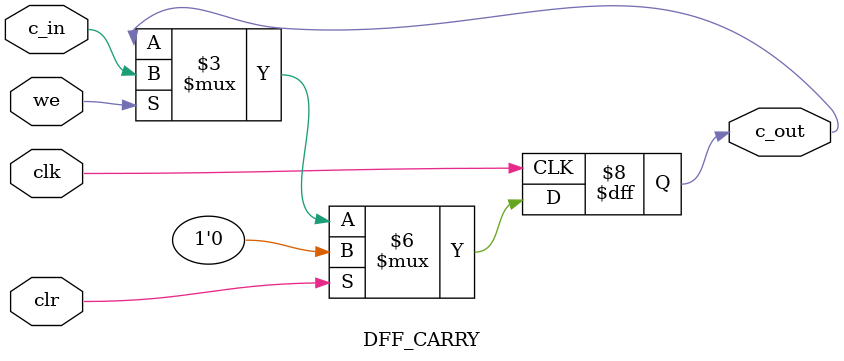
<source format=v>
module  DFF_CARRY(c_out,c_in,clk,we,clr);
  output c_out;
  input  c_in,clk,we,clr;  
  reg  c_out;

  always @ (posedge clk)
	   begin
		    if(clr)
		       c_out<=1'b0;
		    else if(we)
					 c_out<=c_in;
		    else 
					 c_out<=c_out;
	   end
endmodule
</source>
